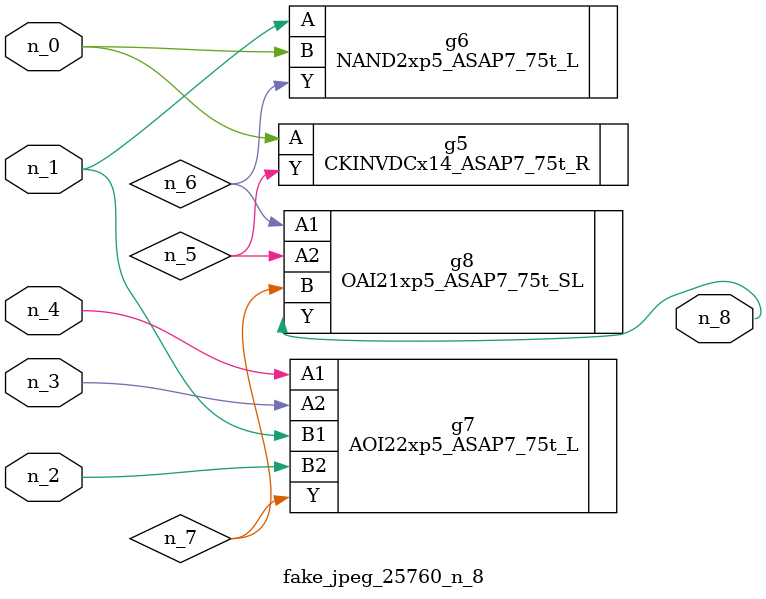
<source format=v>
module fake_jpeg_25760_n_8 (n_3, n_2, n_1, n_0, n_4, n_8);

input n_3;
input n_2;
input n_1;
input n_0;
input n_4;

output n_8;

wire n_6;
wire n_5;
wire n_7;

CKINVDCx14_ASAP7_75t_R g5 ( 
.A(n_0),
.Y(n_5)
);

NAND2xp5_ASAP7_75t_L g6 ( 
.A(n_1),
.B(n_0),
.Y(n_6)
);

AOI22xp5_ASAP7_75t_L g7 ( 
.A1(n_4),
.A2(n_3),
.B1(n_1),
.B2(n_2),
.Y(n_7)
);

OAI21xp5_ASAP7_75t_SL g8 ( 
.A1(n_6),
.A2(n_5),
.B(n_7),
.Y(n_8)
);


endmodule
</source>
